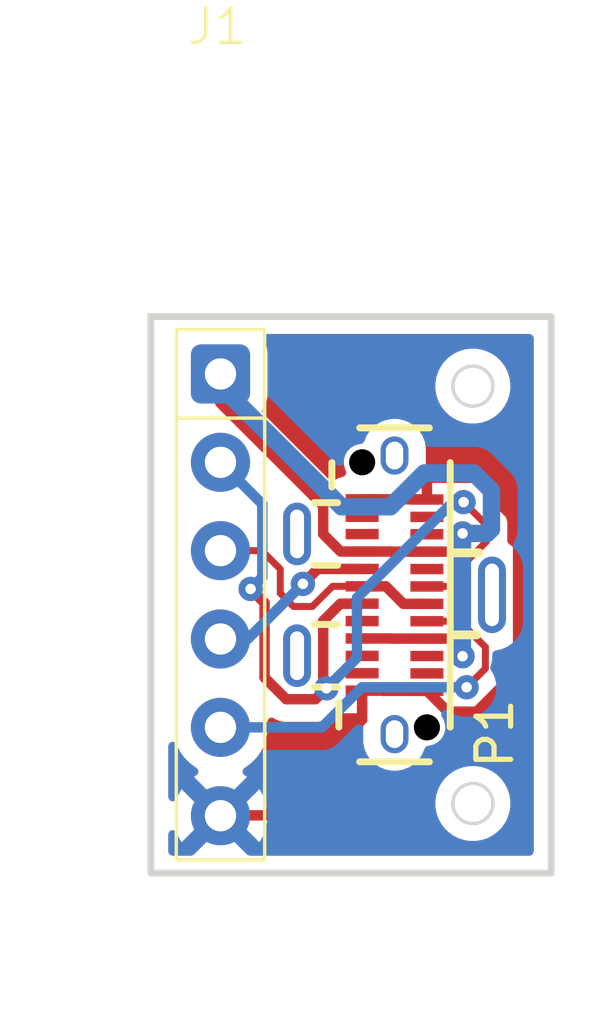
<source format=kicad_pcb>
(kicad_pcb (version 20241229) (generator "pcbnew") (generator_version "9.0")
  (layers (0 "F.Cu" signal) (2 "B.Cu" signal) (13 "F.Paste" user) (15 "B.Paste" user) (5 "F.SilkS" user "F.Silkscreen") (7 "B.SilkS" user "B.Silkscreen") (1 "F.Mask" user) (3 "B.Mask" user) (25 "Edge.Cuts" user))
  (net 0 "")
  (net 16 "/VBUS")
  (net 17 "/VCONN")
  (net 18 "/D-")
  (net 19 "/CC")
  (net 20 "/D+")
  (net 21 "/GND")
  (footprint "my_footprints:header_01x06" (layer "F.Cu") (at 95 100)
    (property "Reference" "J1" (at -0.09 -16.34 0) (layer "F.SilkS") (effects (font (thickness 0.1))))
    (property "Value" "Conn_01x06_Pin")
    (fp_line (start -1.27 -5.08) (end 1.27 -5.08) (stroke (width 0.1)) (layer "F.SilkS"))
    (fp_rect (start -1.27 -7.62) (end 1.27 7.62) (stroke (width 0.1)) (fill no) (layer "F.SilkS"))
    (pad "1" thru_hole roundrect (at 0 -6.35) (size 1.7 1.7) (drill 0.9) (layers "*.Cu" "F.Mask" "F.Paste") (roundrect_rratio 0.1666666667) (net 16 "/VBUS"))
    (pad "2" thru_hole circle (at 0 -3.81) (size 1.7 1.7) (drill 0.9) (layers "*.Cu" "F.Mask" "F.Paste") (net 18 "/D-"))
    (pad "3" thru_hole circle (at 0 -1.27) (size 1.7 1.7) (drill 0.9) (layers "*.Cu" "F.Mask" "F.Paste") (net 20 "/D+"))
    (pad "4" thru_hole circle (at 0 1.27) (size 1.7 1.7) (drill 0.9) (layers "*.Cu" "F.Mask" "F.Paste") (net 19 "/CC"))
    (pad "5" thru_hole circle (at 0 3.81) (size 1.7 1.7) (drill 0.9) (layers "*.Cu" "F.Mask" "F.Paste") (net 17 "/VCONN"))
    (pad "6" thru_hole circle (at 0 6.35) (size 1.7 1.7) (drill 0.9) (layers "*.Cu" "F.Mask" "F.Paste") (net 21 "/GND"))
  )
  (footprint "my_footprints:JLC_tooling_hole" (layer "F.Cu") (at 102.25 94)
    (property "Reference" "U1" (hide yes))
    (property "Value" "~")
    (fp_circle (center 0 0) (end 0.576 0) (stroke (width 0.1)) (fill no) (layer "Edge.Cuts"))
  )
  (footprint "my_footprints:JLC_tooling_hole" (layer "F.Cu") (at 102.25 106)
    (property "Reference" "U2" (hide yes))
    (property "Value" "~")
    (fp_circle (center 0 0) (end 0.576 0) (stroke (width 0.1)) (fill no) (layer "Edge.Cuts"))
  )
  (footprint "my_footprints:C168690" (layer "F.Cu") (at 100 100 90)
    (property "Reference" "P1" (at -3.99 2.88 90) (layer "F.SilkS"))
    (property "Value" "USB_C_Plug")
    (fp_line (start 2.649 -2.312) (end 2.649 -1.636) (stroke (width 0.2)) (layer "F.SilkS"))
    (fp_line (start 0.851 -2.312) (end 0.851 -1.636) (stroke (width 0.2)) (layer "F.SilkS"))
    (fp_line (start -0.851 -2.312) (end -0.851 -1.636) (stroke (width 0.2)) (layer "F.SilkS"))
    (fp_line (start -2.649 -2.312) (end -2.649 -1.636) (stroke (width 0.2)) (layer "F.SilkS"))
    (fp_line (start 3.1 -1.8) (end 3.8 -1.8) (stroke (width 0.2)) (layer "F.SilkS"))
    (fp_line (start -3.1 -1.6) (end -3.8 -1.6) (stroke (width 0.2)) (layer "F.SilkS"))
    (fp_line (start 4.8 -1) (end 4.8 1) (stroke (width 0.2)) (layer "F.SilkS"))
    (fp_line (start -4.8 1) (end -4.8 -1) (stroke (width 0.2)) (layer "F.SilkS"))
    (fp_line (start 3.8 1.6) (end -3.8 1.6) (stroke (width 0.2)) (layer "F.SilkS"))
    (fp_line (start 1.208 1.636) (end 1.208 2.427) (stroke (width 0.254)) (layer "F.SilkS"))
    (fp_line (start -1.151 2.359) (end -1.151 1.636) (stroke (width 0.254)) (layer "F.SilkS"))
    (pad "" np_thru_hole circle (at -3.81 0.93 90) (size 0.75 0.75) (drill 0.75) (layers "*.Mask"))
    (pad "" np_thru_hole circle (at 3.81 -0.93 90) (size 0.75 0.75) (drill 0.75) (layers "*.Mask"))
    (pad "A1" smd rect (at 2.745 -0.93 90) (size 0.3 0.95) (layers "F.Cu" "F.Mask" "F.Paste") (net 21 "/GND"))
    (pad "A2" smd rect (at 2.245 -0.93 90) (size 0.3 0.95) (layers "F.Cu" "F.Mask" "F.Paste"))
    (pad "A3" smd rect (at 1.745 -0.93 90) (size 0.3 0.95) (layers "F.Cu" "F.Mask" "F.Paste"))
    (pad "A4" smd rect (at 1.245 -0.93 90) (size 0.3 0.95) (layers "F.Cu" "F.Mask" "F.Paste") (net 16 "/VBUS"))
    (pad "A5" smd rect (at 0.745 -0.93 90) (size 0.3 0.95) (layers "F.Cu" "F.Mask" "F.Paste") (net 19 "/CC"))
    (pad "A6" smd rect (at 0.245 -0.93 90) (size 0.3 0.95) (layers "F.Cu" "F.Mask" "F.Paste") (net 20 "/D+"))
    (pad "A7" smd rect (at -0.255 -0.93 90) (size 0.3 0.95) (layers "F.Cu" "F.Mask" "F.Paste") (net 18 "/D-"))
    (pad "A8" smd rect (at -0.755 -0.93 90) (size 0.3 0.95) (layers "F.Cu" "F.Mask" "F.Paste"))
    (pad "A9" smd rect (at -1.255 -0.93 90) (size 0.3 0.95) (layers "F.Cu" "F.Mask" "F.Paste") (net 16 "/VBUS"))
    (pad "A10" smd rect (at -1.755 -0.93 90) (size 0.3 0.95) (layers "F.Cu" "F.Mask" "F.Paste"))
    (pad "A11" smd rect (at -2.255 -0.93 90) (size 0.3 0.95) (layers "F.Cu" "F.Mask" "F.Paste"))
    (pad "A12" smd rect (at -2.755 -0.93 90) (size 0.3 0.95) (layers "F.Cu" "F.Mask" "F.Paste") (net 21 "/GND"))
    (pad "B1" smd rect (at -2.759 0.93 90) (size 0.3 0.95) (layers "F.Cu" "F.Mask" "F.Paste") (net 21 "/GND"))
    (pad "B2" smd rect (at -2.259 0.93 90) (size 0.3 0.95) (layers "F.Cu" "F.Mask" "F.Paste"))
    (pad "B3" smd rect (at -1.759 0.93 90) (size 0.3 0.95) (layers "F.Cu" "F.Mask" "F.Paste"))
    (pad "B4" smd rect (at -1.259 0.93 90) (size 0.3 0.95) (layers "F.Cu" "F.Mask" "F.Paste") (net 16 "/VBUS"))
    (pad "B5" smd rect (at -0.759 0.93 90) (size 0.3 0.95) (layers "F.Cu" "F.Mask" "F.Paste") (net 17 "/VCONN"))
    (pad "B6" smd rect (at -0.259 0.93 90) (size 0.3 0.95) (layers "F.Cu" "F.Mask" "F.Paste") (net 20 "/D+"))
    (pad "B7" smd rect (at 0.241 0.93 90) (size 0.3 0.95) (layers "F.Cu" "F.Mask" "F.Paste") (net 18 "/D-"))
    (pad "B8" smd rect (at 0.741 0.93 90) (size 0.3 0.95) (layers "F.Cu" "F.Mask" "F.Paste"))
    (pad "B9" smd rect (at 1.241 0.93 90) (size 0.3 0.95) (layers "F.Cu" "F.Mask" "F.Paste") (net 16 "/VBUS"))
    (pad "B10" smd rect (at 1.741 0.93 90) (size 0.3 0.95) (layers "F.Cu" "F.Mask" "F.Paste"))
    (pad "B11" smd rect (at 2.241 0.93 90) (size 0.3 0.95) (layers "F.Cu" "F.Mask" "F.Paste"))
    (pad "B12" smd rect (at 2.741 0.93 90) (size 0.3 0.95) (layers "F.Cu" "F.Mask" "F.Paste") (net 21 "/GND"))
    (pad "S1" thru_hole oval (at -4.005 0 180) (size 0.8 1.1) (drill oval 0.5 0.8) (layers "*.Cu" "*.Mask"))
    (pad "S1" thru_hole oval (at -1.75 -2.8 180) (size 0.8 1.8) (drill oval 0.4 1.4) (layers "*.Cu" "*.Mask"))
    (pad "S1" thru_hole oval (at 0 2.8 180) (size 0.8 2.2) (drill oval 0.4 1.8) (layers "*.Cu" "*.Mask"))
    (pad "S1" thru_hole oval (at 1.75 -2.8 180) (size 0.8 1.8) (drill oval 0.4 1.4) (layers "*.Cu" "*.Mask"))
    (pad "S1" thru_hole oval (at 4.005 0 180) (size 0.8 1.1) (drill oval 0.5 0.8) (layers "*.Cu" "*.Mask"))
  )
  (gr_rect (start 93 92) (end 104.5 108) (stroke (width 0.2)) (fill no) (layer "Edge.Cuts"))
  (segment (start 100.93 101.259) (end 100.02 101.259) (width 0.3) (layer "F.Cu") (net 16))
  (segment (start 99.07 101.255) (end 99.875 101.255) (width 0.3) (layer "F.Cu") (net 16))
  (segment (start 95 93.65) (end 95 94.487926) (width 0.3) (layer "F.Cu") (net 16))
  (segment (start 99.9 98.759) (end 99.896 98.755) (width 0.3) (layer "F.Cu") (net 16))
  (segment (start 97.951 98.256) (end 98.45 98.755) (width 0.3) (layer "F.Cu") (net 16))
  (segment (start 99.07 98.755) (end 99.896 98.755) (width 0.3) (layer "F.Cu") (net 16))
  (segment (start 100.93 98.759) (end 101.551 98.759) (width 0.3) (layer "F.Cu") (net 16))
  (segment (start 100.93 98.759) (end 99.9 98.759) (width 0.3) (layer "F.Cu") (net 16))
  (segment (start 97.951 97.438926) (end 97.951 98.256) (width 0.3) (layer "F.Cu") (net 16))
  (segment (start 101.955 101.645) (end 101.955 101.765604) (width 0.3) (layer "F.Cu") (net 16))
  (segment (start 98.45 98.755) (end 99.07 98.755) (width 0.3) (layer "F.Cu") (net 16))
  (segment (start 101.551 98.759) (end 102.075603 98.234397) (width 0.3) (layer "F.Cu") (net 16))
  (segment (start 99.879 101.259) (end 99.875 101.255) (width 0.3) (layer "F.Cu") (net 16))
  (segment (start 100.02 101.259) (end 99.879 101.259) (width 0.3) (layer "F.Cu") (net 16))
  (segment (start 101.76 101.45) (end 101.955 101.645) (width 0.3) (layer "F.Cu") (net 16))
  (segment (start 95 94.487926) (end 97.951 97.438926) (width 0.3) (layer "F.Cu") (net 16))
  (segment (start 100.93 101.259) (end 101.569 101.259) (width 0.3) (layer "F.Cu") (net 16))
  (segment (start 101.73 101.42) (end 101.76 101.45) (width 0.3) (layer "F.Cu") (net 16))
  (segment (start 102.075603 98.234397) (end 101.955 98.234397) (width 0.3) (layer "F.Cu") (net 16))
  (segment (start 101.569 101.259) (end 101.73 101.42) (width 0.3) (layer "F.Cu") (net 16))
  (via (at 101.955 98.234397) (size 0.7) (drill 0.3) (layers "F.Cu" "B.Cu") (net 16))
  (via (at 101.955 101.765604) (size 0.7) (drill 0.3) (layers "F.Cu" "B.Cu") (net 16))
  (segment (start 95 93.99) (end 95 93.65) (width 0.5) (layer "B.Cu") (net 16))
  (segment (start 102.784443 97.003058) (end 102.278881 96.497496) (width 0.5) (layer "B.Cu") (net 16))
  (segment (start 101.955 98.234397) (end 102.665603 98.234397) (width 0.5) (layer "B.Cu") (net 16))
  (segment (start 101.955 101.765604) (end 101.895604 101.765604) (width 0.3) (layer "B.Cu") (net 16))
  (segment (start 102.784443 98.115557) (end 102.784443 97.003058) (width 0.5) (layer "B.Cu") (net 16))
  (segment (start 102.278881 96.497496) (end 100.851 96.497496) (width 0.5) (layer "B.Cu") (net 16))
  (segment (start 101.955 98.255) (end 101.955 98.234397) (width 0.5) (layer "B.Cu") (net 16))
  (segment (start 101.949 98.861) (end 101.949 101.759604) (width 0.5) (layer "B.Cu") (net 16))
  (segment (start 102.665603 98.234397) (end 102.784443 98.115557) (width 0.5) (layer "B.Cu") (net 16))
  (segment (start 101.949 101.759604) (end 101.955 101.765604) (width 0.5) (layer "B.Cu") (net 16))
  (segment (start 101.955 98.855) (end 101.949 98.861) (width 0.5) (layer "B.Cu") (net 16))
  (segment (start 98.48 97.47) (end 95 93.99) (width 0.5) (layer "B.Cu") (net 16))
  (segment (start 101.955 98.234397) (end 101.955 98.855) (width 0.5) (layer "B.Cu") (net 16))
  (segment (start 99.878496 97.47) (end 98.48 97.47) (width 0.5) (layer "B.Cu") (net 16))
  (segment (start 100.851 96.497496) (end 99.878496 97.47) (width 0.5) (layer "B.Cu") (net 16))
  (segment (start 102.359318 101.250682) (end 102.61 101.501364) (width 0.2) (layer "F.Cu") (net 17))
  (segment (start 101.70681 100.759) (end 101.867636 100.759) (width 0.2) (layer "F.Cu") (net 17))
  (segment (start 101.867636 100.759) (end 102.269318 101.160682) (width 0.2) (layer "F.Cu") (net 17))
  (segment (start 100.93 100.759) (end 101.70681 100.759) (width 0.2) (layer "F.Cu") (net 17))
  (segment (start 102.61 102.119037) (end 102.070928 102.658109) (width 0.2) (layer "F.Cu") (net 17))
  (segment (start 102.269318 101.160682) (end 102.359318 101.250682) (width 0.2) (layer "F.Cu") (net 17))
  (segment (start 102.61 101.97) (end 102.61 102.119037) (width 0.2) (layer "F.Cu") (net 17))
  (segment (start 102.61 101.501364) (end 102.61 101.97) (width 0.2) (layer "F.Cu") (net 17))
  (via (at 102.070928 102.658109) (size 0.7) (drill 0.3) (layers "F.Cu" "B.Cu") (net 17))
  (segment (start 102.070928 102.658109) (end 99.064074 102.658109) (width 0.3) (layer "B.Cu") (net 17))
  (segment (start 99.064074 102.658109) (end 98.764669 102.957514) (width 0.3) (layer "B.Cu") (net 17))
  (segment (start 97.912183 103.81) (end 95 103.81) (width 0.3) (layer "B.Cu") (net 17))
  (segment (start 98.764669 102.957514) (end 97.912183 103.81) (width 0.3) (layer "B.Cu") (net 17))
  (segment (start 97.99 100.71) (end 97.951 100.749) (width 0.3) (layer "F.Cu") (net 18))
  (segment (start 102.099 99.36) (end 102.099 99.009636) (width 0.2) (layer "F.Cu") (net 18))
  (segment (start 97.951 100.749) (end 97.951 101.53) (width 0.3) (layer "F.Cu") (net 18))
  (segment (start 97.951 102.595407) (end 98.043206 102.687613) (width 0.3) (layer "F.Cu") (net 18))
  (segment (start 97.951 101.53) (end 97.951 102.595407) (width 0.3) (layer "F.Cu") (net 18))
  (segment (start 96.496926 102.609) (end 96.265831 102.377905) (width 0.3) (layer "F.Cu") (net 18))
  (segment (start 96.265831 100.230885) (end 95.865423 99.830477) (width 0.3) (layer "F.Cu") (net 18))
  (segment (start 97.729819 103.001) (end 98.043206 102.687613) (width 0.3) (layer "F.Cu") (net 18))
  (segment (start 102.368636 98.74) (end 102.638245 98.470391) (width 0.2) (layer "F.Cu") (net 18))
  (segment (start 96.496926 102.609) (end 96.888926 103.001) (width 0.3) (layer "F.Cu") (net 18))
  (segment (start 101.560104 99.759) (end 101.881 99.759) (width 0.2) (layer "F.Cu") (net 18))
  (segment (start 102.638245 97.989646) (end 101.983443 97.334844) (width 0.2) (layer "F.Cu") (net 18))
  (segment (start 98.445 100.255) (end 97.99 100.71) (width 0.3) (layer "F.Cu") (net 18))
  (segment (start 96.888926 103.001) (end 97.729819 103.001) (width 0.3) (layer "F.Cu") (net 18))
  (segment (start 102.099 99.541) (end 102.099 99.36) (width 0.2) (layer "F.Cu") (net 18))
  (segment (start 99.07 100.255) (end 98.445 100.255) (width 0.3) (layer "F.Cu") (net 18))
  (segment (start 102.638245 98.470391) (end 102.638245 97.989646) (width 0.2) (layer "F.Cu") (net 18))
  (segment (start 100.93 99.759) (end 101.560104 99.759) (width 0.2) (layer "F.Cu") (net 18))
  (segment (start 102.099 99.009636) (end 102.368636 98.74) (width 0.2) (layer "F.Cu") (net 18))
  (segment (start 96.265831 102.377905) (end 96.265831 100.230885) (width 0.3) (layer "F.Cu") (net 18))
  (segment (start 101.881 99.759) (end 102.099 99.541) (width 0.2) (layer "F.Cu") (net 18))
  (via (at 101.983443 97.334844) (size 0.7) (drill 0.3) (layers "F.Cu" "B.Cu") (net 18))
  (via (at 95.865423 99.830477) (size 0.7) (drill 0.3) (layers "F.Cu" "B.Cu") (net 18))
  (via (at 98.043206 102.687613) (size 0.7) (drill 0.3) (layers "F.Cu" "B.Cu") (net 18))
  (segment (start 95.865423 99.830477) (end 96.201 99.4949) (width 0.3) (layer "B.Cu") (net 18))
  (segment (start 96.201 97.391) (end 95 96.19) (width 0.3) (layer "B.Cu") (net 18))
  (segment (start 98.92 101.810819) (end 98.92 100.09) (width 0.3) (layer "B.Cu") (net 18))
  (segment (start 96.201 99.4949) (end 96.201 97.391) (width 0.3) (layer "B.Cu") (net 18))
  (segment (start 101.675156 97.334844) (end 101.983443 97.334844) (width 0.3) (layer "B.Cu") (net 18))
  (segment (start 98.043206 102.687613) (end 98.92 101.810819) (width 0.3) (layer "B.Cu") (net 18))
  (segment (start 98.92 100.09) (end 101.675156 97.334844) (width 0.3) (layer "B.Cu") (net 18))
  (segment (start 99.07 99.255) (end 97.797889 99.255) (width 0.3) (layer "F.Cu") (net 19))
  (segment (start 97.797889 99.255) (end 97.367831 99.685058) (width 0.3) (layer "F.Cu") (net 19))
  (via (at 97.367831 99.685058) (size 0.7) (drill 0.3) (layers "F.Cu" "B.Cu") (net 19))
  (segment (start 95.782889 101.27) (end 95 101.27) (width 0.3) (layer "B.Cu") (net 19))
  (segment (start 97.367831 99.685058) (end 95.782889 101.27) (width 0.3) (layer "B.Cu") (net 19))
  (segment (start 96.716831 99.954712) (end 96.716831 99.258195) (width 0.2) (layer "F.Cu") (net 20))
  (segment (start 97.637485 100.336058) (end 97.098177 100.336058) (width 0.2) (layer "F.Cu") (net 20))
  (segment (start 96.188636 98.73) (end 95 98.73) (width 0.2) (layer "F.Cu") (net 20))
  (segment (start 97.098177 100.336058) (end 96.716831 99.954712) (width 0.2) (layer "F.Cu") (net 20))
  (segment (start 100.255 100.259) (end 99.751 99.755) (width 0.3) (layer "F.Cu") (net 20))
  (segment (start 98.218543 99.755) (end 97.637485 100.336058) (width 0.2) (layer "F.Cu") (net 20))
  (segment (start 96.716831 99.258195) (end 96.188636 98.73) (width 0.2) (layer "F.Cu") (net 20))
  (segment (start 99.751 99.755) (end 99.07 99.755) (width 0.3) (layer "F.Cu") (net 20))
  (segment (start 100.93 100.259) (end 100.255 100.259) (width 0.3) (layer "F.Cu") (net 20))
  (segment (start 99.07 99.755) (end 98.218543 99.755) (width 0.2) (layer "F.Cu") (net 20))
  (segment (start 100.933844 96.633844) (end 100.93 96.63) (width 0.3) (layer "F.Cu") (net 21))
  (segment (start 95.475 106.35) (end 95 106.35) (width 0.3) (layer "F.Cu") (net 21))
  (segment (start 99.07 103.59) (end 96.32 106.34) (width 0.3) (layer "F.Cu") (net 21))
  (segment (start 96.32 106.34) (end 95.01 106.34) (width 0.3) (layer "F.Cu") (net 21))
  (segment (start 99.675 102.755) (end 99.68 102.76) (width 0.3) (layer "F.Cu") (net 21))
  (segment (start 100.93 96.63) (end 100.93 97.259) (width 0.3) (layer "F.Cu") (net 21))
  (segment (start 99.07 102.755) (end 99.07 103.59) (width 0.3) (layer "F.Cu") (net 21))
  (segment (start 103.551 97.911037) (end 102.273807 96.633844) (width 0.3) (layer "F.Cu") (net 21))
  (segment (start 99.07 102.755) (end 99.675 102.755) (width 0.3) (layer "F.Cu") (net 21))
  (segment (start 100.925 97.254) (end 99.07 97.254) (width 0.3) (layer "F.Cu") (net 21))
  (segment (start 100.93 102.759) (end 101.530109 103.359109) (width 0.3) (layer "F.Cu") (net 21))
  (segment (start 103.551 102.169401) (end 103.551 97.911037) (width 0.3) (layer "F.Cu") (net 21))
  (segment (start 102.361292 103.359109) (end 103.551 102.169401) (width 0.3) (layer "F.Cu") (net 21))
  (segment (start 102.273807 96.633844) (end 100.933844 96.633844) (width 0.3) (layer "F.Cu") (net 21))
  (segment (start 99.68 102.76) (end 100.93 102.76) (width 0.3) (layer "F.Cu") (net 21))
  (segment (start 100.93 97.259) (end 100.925 97.254) (width 0.3) (layer "F.Cu") (net 21))
  (segment (start 95.01 106.34) (end 95 106.35) (width 0.3) (layer "F.Cu") (net 21))
  (segment (start 101.530109 103.359109) (end 102.361292 103.359109) (width 0.3) (layer "F.Cu") (net 21))
  (zone (net 21) (net_name "/GND") (layers "F.Cu" "B.Cu") (connect_pads (clearance 0.5)) (min_thickness 0.25) (fill yes (thermal_gap 0.5) (thermal_bridge_width 0.5))
    (polygon (pts (xy 91.65 90.87) (xy 106.01 90.87) (xy 106.01 109.14) (xy 91.59 109.14) (xy 91.62 90.85)))
  )
)
</source>
